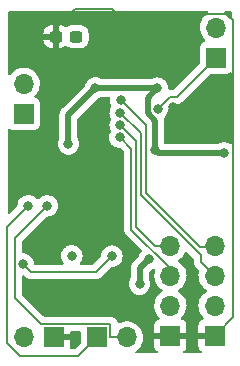
<source format=gbr>
%TF.GenerationSoftware,KiCad,Pcbnew,(6.0.7-1)-1*%
%TF.CreationDate,2022-10-12T15:07:03-04:00*%
%TF.ProjectId,PICO_v1.0,5049434f-5f76-4312-9e30-2e6b69636164,rev?*%
%TF.SameCoordinates,Original*%
%TF.FileFunction,Copper,L2,Bot*%
%TF.FilePolarity,Positive*%
%FSLAX46Y46*%
G04 Gerber Fmt 4.6, Leading zero omitted, Abs format (unit mm)*
G04 Created by KiCad (PCBNEW (6.0.7-1)-1) date 2022-10-12 15:07:03*
%MOMM*%
%LPD*%
G01*
G04 APERTURE LIST*
G04 Aperture macros list*
%AMRoundRect*
0 Rectangle with rounded corners*
0 $1 Rounding radius*
0 $2 $3 $4 $5 $6 $7 $8 $9 X,Y pos of 4 corners*
0 Add a 4 corners polygon primitive as box body*
4,1,4,$2,$3,$4,$5,$6,$7,$8,$9,$2,$3,0*
0 Add four circle primitives for the rounded corners*
1,1,$1+$1,$2,$3*
1,1,$1+$1,$4,$5*
1,1,$1+$1,$6,$7*
1,1,$1+$1,$8,$9*
0 Add four rect primitives between the rounded corners*
20,1,$1+$1,$2,$3,$4,$5,0*
20,1,$1+$1,$4,$5,$6,$7,0*
20,1,$1+$1,$6,$7,$8,$9,0*
20,1,$1+$1,$8,$9,$2,$3,0*%
G04 Aperture macros list end*
%TA.AperFunction,ComponentPad*%
%ADD10R,1.700000X1.700000*%
%TD*%
%TA.AperFunction,ComponentPad*%
%ADD11O,1.700000X1.700000*%
%TD*%
%TA.AperFunction,SMDPad,CuDef*%
%ADD12RoundRect,0.237500X0.300000X0.237500X-0.300000X0.237500X-0.300000X-0.237500X0.300000X-0.237500X0*%
%TD*%
%TA.AperFunction,ViaPad*%
%ADD13C,0.800000*%
%TD*%
%TA.AperFunction,Conductor*%
%ADD14C,0.200000*%
%TD*%
%TA.AperFunction,Conductor*%
%ADD15C,0.500000*%
%TD*%
G04 APERTURE END LIST*
D10*
%TO.P,ADC1,1,Pin_1*%
%TO.N,GP27*%
X101854000Y-109199600D03*
D11*
%TO.P,ADC1,2,Pin_2*%
%TO.N,GP26*%
X101854000Y-106659600D03*
%TD*%
D10*
%TO.P,Data1,1,Pin_1*%
%TO.N,Net-(Data1-Pad1)*%
X108046600Y-128143000D03*
D11*
%TO.P,Data1,2,Pin_2*%
%TO.N,Net-(Data1-Pad2)*%
X110586600Y-128143000D03*
%TD*%
D10*
%TO.P,E2,1,Pin_1*%
%TO.N,GND*%
X118008400Y-127980600D03*
D11*
%TO.P,E2,2,Pin_2*%
%TO.N,PS*%
X118008400Y-125440600D03*
%TO.P,E2,3,Pin_3*%
%TO.N,EA2*%
X118008400Y-122900600D03*
%TO.P,E2,4,Pin_4*%
%TO.N,EB2*%
X118008400Y-120360600D03*
%TD*%
D10*
%TO.P,I2c1,1,Pin_1*%
%TO.N,SDA*%
X118135400Y-104444800D03*
D11*
%TO.P,I2c1,2,Pin_2*%
%TO.N,SCL*%
X118135400Y-101904800D03*
%TD*%
D10*
%TO.P,PS1,1,Pin_1*%
%TO.N,GND*%
X104424400Y-128143000D03*
D11*
%TO.P,PS1,2,Pin_2*%
%TO.N,PS*%
X101884400Y-128143000D03*
%TD*%
D10*
%TO.P,E1,1,Pin_1*%
%TO.N,GND*%
X114274600Y-127980600D03*
D11*
%TO.P,E1,2,Pin_2*%
%TO.N,PS*%
X114274600Y-125440600D03*
%TO.P,E1,3,Pin_3*%
%TO.N,EA1*%
X114274600Y-122900600D03*
%TO.P,E1,4,Pin_4*%
%TO.N,EB1*%
X114274600Y-120360600D03*
%TD*%
D12*
%TO.P,C19,1*%
%TO.N,Net-(C19-Pad1)*%
X106297900Y-102666800D03*
%TO.P,C19,2*%
%TO.N,GND*%
X104572900Y-102666800D03*
%TD*%
D13*
%TO.N,GND*%
X109677200Y-101244400D03*
X114832850Y-101549750D03*
X105435400Y-101077700D03*
X114520550Y-108595800D03*
%TO.N,V3.3*%
X112996550Y-112278800D03*
X112471553Y-121487847D03*
X113158900Y-107022900D03*
X111662800Y-123621800D03*
X105638600Y-111760000D03*
X107924600Y-107010200D03*
X118813150Y-112507400D03*
X105919100Y-121233100D03*
%TO.N,EB1*%
X110029800Y-110163900D03*
%TO.N,EA1*%
X110004400Y-111188200D03*
%TO.N,EB2*%
X110080425Y-108055700D03*
%TO.N,EA2*%
X110029800Y-109097100D03*
%TO.N,SDA*%
X113192975Y-108792225D03*
%TO.N,Net-(R5-Pad2)*%
X109321600Y-121259600D03*
X101803200Y-121920000D03*
%TO.N,Net-(C19-Pad1)*%
X106349800Y-102641400D03*
%TO.N,Net-(Data1-Pad1)*%
X102235000Y-116992400D03*
%TO.N,Net-(Data1-Pad2)*%
X103835200Y-116992400D03*
%TD*%
D14*
%TO.N,GND*%
X119599133Y-126389867D02*
X118008400Y-127980600D01*
X109321600Y-100355400D02*
X106157700Y-100355400D01*
X104572900Y-102666800D02*
X104572900Y-101940200D01*
D15*
X114274600Y-127980600D02*
X118008400Y-127980600D01*
D14*
X119105600Y-100754800D02*
X119599133Y-101248333D01*
X106157700Y-100355400D02*
X105435400Y-101077700D01*
X119340000Y-108595800D02*
X119599133Y-108854933D01*
X104572900Y-101940200D02*
X105435400Y-101077700D01*
X119599133Y-101248333D02*
X119599133Y-108854933D01*
X114520550Y-108595800D02*
X119340000Y-108595800D01*
X109677200Y-100711000D02*
X109677200Y-101244400D01*
X115627800Y-100754800D02*
X119105600Y-100754800D01*
X119599133Y-110709133D02*
X119599133Y-126389867D01*
X119599133Y-108854933D02*
X119599133Y-110709133D01*
X114832850Y-101549750D02*
X115627800Y-100754800D01*
X109321600Y-100355400D02*
X109677200Y-100711000D01*
D15*
%TO.N,V3.3*%
X105638600Y-111760000D02*
X105638600Y-109296200D01*
X112342975Y-109144307D02*
X112342975Y-107838825D01*
X112996550Y-112278800D02*
X113225150Y-112507400D01*
X112996550Y-112278800D02*
X112996550Y-109797882D01*
X113225150Y-112507400D02*
X118813150Y-112507400D01*
X112471553Y-121487847D02*
X111662800Y-122296600D01*
X112996550Y-109797882D02*
X112342975Y-109144307D01*
X111662800Y-122296600D02*
X111662800Y-123621800D01*
X105638600Y-109296200D02*
X107924600Y-107010200D01*
X112342975Y-107838825D02*
X113158900Y-107022900D01*
X107924600Y-107010200D02*
X113146200Y-107010200D01*
X113146200Y-107010200D02*
X113158900Y-107022900D01*
D14*
%TO.N,EB1*%
X111374225Y-118791025D02*
X111374225Y-111508325D01*
X111374225Y-111508325D02*
X110029800Y-110163900D01*
X112943800Y-120360600D02*
X111374225Y-118791025D01*
X114274600Y-120360600D02*
X112943800Y-120360600D01*
%TO.N,EA1*%
X114274600Y-122301650D02*
X114274600Y-122900600D01*
X110974225Y-119001275D02*
X114274600Y-122301650D01*
X110974225Y-112158025D02*
X110974225Y-119001275D01*
X110004400Y-111188200D02*
X110974225Y-112158025D01*
%TO.N,EB2*%
X117871400Y-120497600D02*
X118008400Y-120360600D01*
X116789200Y-120497600D02*
X117871400Y-120497600D01*
X112174225Y-110149500D02*
X112174225Y-115882625D01*
X110080425Y-108055700D02*
X112174225Y-110149500D01*
X112174225Y-115882625D02*
X116789200Y-120497600D01*
%TO.N,EA2*%
X111774225Y-110841525D02*
X110029800Y-109097100D01*
X116858400Y-121201800D02*
X111774225Y-116117625D01*
X116858400Y-121750600D02*
X116858400Y-121201800D01*
X118008400Y-122900600D02*
X116858400Y-121750600D01*
X111774225Y-116117625D02*
X111774225Y-110841525D01*
%TO.N,SDA*%
X114215500Y-107769700D02*
X113192975Y-108792225D01*
X113334175Y-108792225D02*
X113192975Y-108792225D01*
X114810500Y-107769700D02*
X114215500Y-107769700D01*
X118135400Y-104444800D02*
X114810500Y-107769700D01*
%TO.N,Net-(R5-Pad2)*%
X102489000Y-122605800D02*
X101803200Y-121920000D01*
X109321600Y-121259600D02*
X107975400Y-122605800D01*
X107975400Y-122605800D02*
X102489000Y-122605800D01*
%TO.N,Net-(Data1-Pad1)*%
X100431600Y-118795800D02*
X102235000Y-116992400D01*
X100431600Y-128600200D02*
X100431600Y-118795800D01*
X101549200Y-129717800D02*
X100431600Y-128600200D01*
X108046600Y-128143000D02*
X106471800Y-129717800D01*
X106471800Y-129717800D02*
X101549200Y-129717800D01*
%TO.N,Net-(Data1-Pad2)*%
X109196600Y-126993000D02*
X103294800Y-126993000D01*
X103294800Y-126993000D02*
X101103200Y-124801400D01*
X110586600Y-128143000D02*
X109196600Y-128143000D01*
X101103200Y-119724400D02*
X103835200Y-116992400D01*
X101103200Y-124801400D02*
X101103200Y-119724400D01*
X109196600Y-128143000D02*
X109196600Y-126993000D01*
%TD*%
%TA.AperFunction,Conductor*%
%TO.N,GND*%
G36*
X117428637Y-100528502D02*
G01*
X117475130Y-100582158D01*
X117485234Y-100652432D01*
X117455740Y-100717012D01*
X117418698Y-100746262D01*
X117409007Y-100751307D01*
X117404874Y-100754410D01*
X117404871Y-100754412D01*
X117380647Y-100772600D01*
X117230365Y-100885435D01*
X117076029Y-101046938D01*
X116950143Y-101231480D01*
X116856088Y-101434105D01*
X116796389Y-101649370D01*
X116772651Y-101871495D01*
X116785510Y-102094515D01*
X116786647Y-102099561D01*
X116786648Y-102099567D01*
X116791037Y-102119041D01*
X116834622Y-102312439D01*
X116918666Y-102519416D01*
X117035387Y-102709888D01*
X117181650Y-102878738D01*
X117185630Y-102882042D01*
X117190381Y-102885987D01*
X117230016Y-102944890D01*
X117231513Y-103015871D01*
X117194397Y-103076393D01*
X117154124Y-103100912D01*
X117038695Y-103144185D01*
X116922139Y-103231539D01*
X116834785Y-103348095D01*
X116783655Y-103484484D01*
X116776900Y-103546666D01*
X116776900Y-104890561D01*
X116756898Y-104958682D01*
X116739995Y-104979656D01*
X114595356Y-107124295D01*
X114533044Y-107158321D01*
X114506261Y-107161200D01*
X114263636Y-107161200D01*
X114247193Y-107160122D01*
X114215500Y-107155950D01*
X114207311Y-107157028D01*
X114199055Y-107157028D01*
X114199055Y-107153765D01*
X114144049Y-107145206D01*
X114090935Y-107098095D01*
X114071714Y-107031205D01*
X114071714Y-107029465D01*
X114072404Y-107022900D01*
X114052442Y-106832972D01*
X113993427Y-106651344D01*
X113982791Y-106632921D01*
X113901241Y-106491674D01*
X113897940Y-106485956D01*
X113891654Y-106478974D01*
X113774575Y-106348945D01*
X113774574Y-106348944D01*
X113770153Y-106344034D01*
X113615652Y-106231782D01*
X113609624Y-106229098D01*
X113609622Y-106229097D01*
X113447219Y-106156791D01*
X113447218Y-106156791D01*
X113441188Y-106154106D01*
X113347788Y-106134253D01*
X113260844Y-106115772D01*
X113260839Y-106115772D01*
X113254387Y-106114400D01*
X113063413Y-106114400D01*
X113056961Y-106115772D01*
X113056956Y-106115772D01*
X112970012Y-106134253D01*
X112876612Y-106154106D01*
X112870582Y-106156791D01*
X112870581Y-106156791D01*
X112708178Y-106229097D01*
X112708176Y-106229098D01*
X112702148Y-106231782D01*
X112697794Y-106234946D01*
X112635268Y-106251700D01*
X108467187Y-106251700D01*
X108393128Y-106227637D01*
X108386698Y-106222965D01*
X108386691Y-106222961D01*
X108381352Y-106219082D01*
X108375324Y-106216398D01*
X108375322Y-106216397D01*
X108212919Y-106144091D01*
X108212918Y-106144091D01*
X108206888Y-106141406D01*
X108113488Y-106121553D01*
X108026544Y-106103072D01*
X108026539Y-106103072D01*
X108020087Y-106101700D01*
X107829113Y-106101700D01*
X107822661Y-106103072D01*
X107822656Y-106103072D01*
X107735712Y-106121553D01*
X107642312Y-106141406D01*
X107636282Y-106144091D01*
X107636281Y-106144091D01*
X107473878Y-106216397D01*
X107473876Y-106216398D01*
X107467848Y-106219082D01*
X107462507Y-106222962D01*
X107462506Y-106222963D01*
X107450368Y-106231782D01*
X107313347Y-106331334D01*
X107185560Y-106473256D01*
X107090073Y-106638644D01*
X107061628Y-106726190D01*
X107035213Y-106807485D01*
X107004475Y-106857644D01*
X105149689Y-108712430D01*
X105135277Y-108724816D01*
X105123682Y-108733349D01*
X105123677Y-108733354D01*
X105117782Y-108737692D01*
X105113043Y-108743270D01*
X105113040Y-108743273D01*
X105083565Y-108777968D01*
X105076635Y-108785484D01*
X105070940Y-108791179D01*
X105068660Y-108794061D01*
X105053319Y-108813451D01*
X105050528Y-108816855D01*
X105008009Y-108866903D01*
X105003267Y-108872485D01*
X104999939Y-108879001D01*
X104996572Y-108884050D01*
X104993405Y-108889179D01*
X104988866Y-108894916D01*
X104957945Y-108961075D01*
X104956042Y-108964969D01*
X104922831Y-109030008D01*
X104921092Y-109037116D01*
X104918993Y-109042759D01*
X104917076Y-109048522D01*
X104913978Y-109055150D01*
X104912488Y-109062312D01*
X104912488Y-109062313D01*
X104899114Y-109126612D01*
X104898144Y-109130896D01*
X104880792Y-109201810D01*
X104880100Y-109212964D01*
X104880064Y-109212962D01*
X104879825Y-109216955D01*
X104879451Y-109221147D01*
X104877960Y-109228315D01*
X104878158Y-109235632D01*
X104880054Y-109305721D01*
X104880100Y-109309128D01*
X104880100Y-111223001D01*
X104863219Y-111286000D01*
X104804073Y-111388444D01*
X104745058Y-111570072D01*
X104744368Y-111576633D01*
X104744368Y-111576635D01*
X104738760Y-111629994D01*
X104725096Y-111760000D01*
X104745058Y-111949928D01*
X104804073Y-112131556D01*
X104899560Y-112296944D01*
X104903978Y-112301851D01*
X104903979Y-112301852D01*
X105022925Y-112433955D01*
X105027347Y-112438866D01*
X105181848Y-112551118D01*
X105187876Y-112553802D01*
X105187878Y-112553803D01*
X105350281Y-112626109D01*
X105356312Y-112628794D01*
X105449712Y-112648647D01*
X105536656Y-112667128D01*
X105536661Y-112667128D01*
X105543113Y-112668500D01*
X105734087Y-112668500D01*
X105740539Y-112667128D01*
X105740544Y-112667128D01*
X105827488Y-112648647D01*
X105920888Y-112628794D01*
X105926919Y-112626109D01*
X106089322Y-112553803D01*
X106089324Y-112553802D01*
X106095352Y-112551118D01*
X106249853Y-112438866D01*
X106254275Y-112433955D01*
X106373221Y-112301852D01*
X106373222Y-112301851D01*
X106377640Y-112296944D01*
X106473127Y-112131556D01*
X106532142Y-111949928D01*
X106552104Y-111760000D01*
X106538440Y-111629994D01*
X106532832Y-111576635D01*
X106532832Y-111576633D01*
X106532142Y-111570072D01*
X106473127Y-111388444D01*
X106413981Y-111286000D01*
X106397100Y-111223001D01*
X106397100Y-109662571D01*
X106417102Y-109594450D01*
X106434005Y-109573476D01*
X108080931Y-107926550D01*
X108143828Y-107892399D01*
X108200424Y-107880369D01*
X108200433Y-107880366D01*
X108206888Y-107878994D01*
X108212919Y-107876309D01*
X108375322Y-107804003D01*
X108375324Y-107804002D01*
X108381352Y-107801318D01*
X108386691Y-107797439D01*
X108386698Y-107797435D01*
X108393128Y-107792763D01*
X108467187Y-107768700D01*
X109057148Y-107768700D01*
X109125269Y-107788702D01*
X109171762Y-107842358D01*
X109182458Y-107907870D01*
X109174211Y-107986339D01*
X109166921Y-108055700D01*
X109167611Y-108062265D01*
X109185439Y-108231885D01*
X109186883Y-108245628D01*
X109245898Y-108427256D01*
X109249201Y-108432978D01*
X109249202Y-108432979D01*
X109270321Y-108469558D01*
X109287059Y-108538553D01*
X109270321Y-108595557D01*
X109195273Y-108725544D01*
X109136258Y-108907172D01*
X109135568Y-108913733D01*
X109135568Y-108913735D01*
X109122007Y-109042759D01*
X109116296Y-109097100D01*
X109136258Y-109287028D01*
X109195273Y-109468656D01*
X109198576Y-109474378D01*
X109198577Y-109474379D01*
X109252341Y-109567500D01*
X109269079Y-109636495D01*
X109252341Y-109693499D01*
X109195273Y-109792344D01*
X109136258Y-109973972D01*
X109116296Y-110163900D01*
X109136258Y-110353828D01*
X109195273Y-110535456D01*
X109198576Y-110541178D01*
X109198577Y-110541179D01*
X109227372Y-110591053D01*
X109244110Y-110660048D01*
X109227372Y-110717053D01*
X109169873Y-110816644D01*
X109110858Y-110998272D01*
X109090896Y-111188200D01*
X109110858Y-111378128D01*
X109169873Y-111559756D01*
X109265360Y-111725144D01*
X109269778Y-111730051D01*
X109269779Y-111730052D01*
X109358453Y-111828534D01*
X109393147Y-111867066D01*
X109547648Y-111979318D01*
X109553676Y-111982002D01*
X109553678Y-111982003D01*
X109716081Y-112054309D01*
X109722112Y-112056994D01*
X109815513Y-112076847D01*
X109902456Y-112095328D01*
X109902461Y-112095328D01*
X109908913Y-112096700D01*
X110000161Y-112096700D01*
X110068282Y-112116702D01*
X110089256Y-112133605D01*
X110328820Y-112373169D01*
X110362846Y-112435481D01*
X110365725Y-112462264D01*
X110365725Y-118953139D01*
X110364647Y-118969582D01*
X110360475Y-119001275D01*
X110365725Y-119041155D01*
X110365725Y-119041160D01*
X110375741Y-119117238D01*
X110381387Y-119160126D01*
X110442701Y-119308151D01*
X110447728Y-119314702D01*
X110447729Y-119314704D01*
X110515745Y-119403344D01*
X110515751Y-119403350D01*
X110540238Y-119435262D01*
X110546793Y-119440292D01*
X110565604Y-119454727D01*
X110577995Y-119465594D01*
X111804692Y-120692291D01*
X111838718Y-120754603D01*
X111833653Y-120825418D01*
X111809235Y-120865695D01*
X111732513Y-120950903D01*
X111697527Y-121011500D01*
X111663942Y-121069672D01*
X111637026Y-121116291D01*
X111590438Y-121259675D01*
X111582166Y-121285132D01*
X111551428Y-121335291D01*
X111173889Y-121712830D01*
X111159477Y-121725216D01*
X111147882Y-121733749D01*
X111147877Y-121733754D01*
X111141982Y-121738092D01*
X111137243Y-121743670D01*
X111137240Y-121743673D01*
X111107765Y-121778368D01*
X111100835Y-121785884D01*
X111095140Y-121791579D01*
X111092860Y-121794461D01*
X111077519Y-121813851D01*
X111074728Y-121817255D01*
X111044048Y-121853368D01*
X111027467Y-121872885D01*
X111024139Y-121879401D01*
X111020772Y-121884450D01*
X111017605Y-121889579D01*
X111013066Y-121895316D01*
X110982145Y-121961475D01*
X110980242Y-121965369D01*
X110947031Y-122030408D01*
X110945292Y-122037516D01*
X110943193Y-122043159D01*
X110941276Y-122048922D01*
X110938178Y-122055550D01*
X110936688Y-122062712D01*
X110936688Y-122062713D01*
X110923314Y-122127012D01*
X110922344Y-122131296D01*
X110904992Y-122202210D01*
X110904300Y-122213364D01*
X110904264Y-122213362D01*
X110904025Y-122217355D01*
X110903651Y-122221547D01*
X110902160Y-122228715D01*
X110902358Y-122236032D01*
X110904254Y-122306121D01*
X110904300Y-122309528D01*
X110904300Y-123084801D01*
X110887419Y-123147800D01*
X110828273Y-123250244D01*
X110769258Y-123431872D01*
X110768568Y-123438433D01*
X110768568Y-123438435D01*
X110761001Y-123510429D01*
X110749296Y-123621800D01*
X110749986Y-123628365D01*
X110757651Y-123701289D01*
X110769258Y-123811728D01*
X110828273Y-123993356D01*
X110923760Y-124158744D01*
X110928178Y-124163651D01*
X110928179Y-124163652D01*
X111037187Y-124284718D01*
X111051547Y-124300666D01*
X111206048Y-124412918D01*
X111212076Y-124415602D01*
X111212078Y-124415603D01*
X111283653Y-124447470D01*
X111380512Y-124490594D01*
X111473912Y-124510447D01*
X111560856Y-124528928D01*
X111560861Y-124528928D01*
X111567313Y-124530300D01*
X111758287Y-124530300D01*
X111764739Y-124528928D01*
X111764744Y-124528928D01*
X111851688Y-124510447D01*
X111945088Y-124490594D01*
X112041947Y-124447470D01*
X112113522Y-124415603D01*
X112113524Y-124415602D01*
X112119552Y-124412918D01*
X112274053Y-124300666D01*
X112288413Y-124284718D01*
X112397421Y-124163652D01*
X112397422Y-124163651D01*
X112401840Y-124158744D01*
X112497327Y-123993356D01*
X112556342Y-123811728D01*
X112567950Y-123701289D01*
X112575614Y-123628365D01*
X112576304Y-123621800D01*
X112564599Y-123510429D01*
X112557032Y-123438435D01*
X112557032Y-123438433D01*
X112556342Y-123431872D01*
X112497327Y-123250244D01*
X112438181Y-123147800D01*
X112421300Y-123084801D01*
X112421300Y-122662971D01*
X112441302Y-122594850D01*
X112458205Y-122573876D01*
X112627884Y-122404197D01*
X112690781Y-122370046D01*
X112747377Y-122358016D01*
X112747386Y-122358013D01*
X112753841Y-122356641D01*
X112759868Y-122353958D01*
X112759876Y-122353955D01*
X112808419Y-122332342D01*
X112878786Y-122322908D01*
X112943083Y-122353015D01*
X112980896Y-122413104D01*
X112981084Y-122481121D01*
X112935589Y-122645170D01*
X112911851Y-122867295D01*
X112912148Y-122872448D01*
X112912148Y-122872451D01*
X112923209Y-123064277D01*
X112924710Y-123090315D01*
X112925847Y-123095361D01*
X112925848Y-123095367D01*
X112934171Y-123132296D01*
X112973822Y-123308239D01*
X113057866Y-123515216D01*
X113060565Y-123519620D01*
X113127204Y-123628365D01*
X113174587Y-123705688D01*
X113320850Y-123874538D01*
X113492726Y-124017232D01*
X113563195Y-124058411D01*
X113566045Y-124060076D01*
X113614769Y-124111714D01*
X113627840Y-124181497D01*
X113601109Y-124247269D01*
X113560655Y-124280627D01*
X113548207Y-124287107D01*
X113544074Y-124290210D01*
X113544071Y-124290212D01*
X113519847Y-124308400D01*
X113369565Y-124421235D01*
X113215229Y-124582738D01*
X113089343Y-124767280D01*
X113073603Y-124801190D01*
X112998326Y-124963361D01*
X112995288Y-124969905D01*
X112935589Y-125185170D01*
X112911851Y-125407295D01*
X112912148Y-125412448D01*
X112912148Y-125412451D01*
X112917611Y-125507190D01*
X112924710Y-125630315D01*
X112925847Y-125635361D01*
X112925848Y-125635367D01*
X112945719Y-125723539D01*
X112973822Y-125848239D01*
X113057866Y-126055216D01*
X113174587Y-126245688D01*
X113320850Y-126414538D01*
X113324825Y-126417838D01*
X113324831Y-126417844D01*
X113330025Y-126422156D01*
X113369659Y-126481060D01*
X113371155Y-126552041D01*
X113334039Y-126612562D01*
X113293768Y-126637080D01*
X113186546Y-126677276D01*
X113170951Y-126685814D01*
X113068876Y-126762315D01*
X113056315Y-126774876D01*
X112979814Y-126876951D01*
X112971276Y-126892546D01*
X112926122Y-127012994D01*
X112922495Y-127028249D01*
X112916969Y-127079114D01*
X112916600Y-127085928D01*
X112916600Y-127708485D01*
X112921075Y-127723724D01*
X112922465Y-127724929D01*
X112930148Y-127726600D01*
X115614484Y-127726600D01*
X115629723Y-127722125D01*
X115630928Y-127720735D01*
X115632599Y-127713052D01*
X115632599Y-127085931D01*
X115632229Y-127079110D01*
X115626705Y-127028248D01*
X115623079Y-127012996D01*
X115577924Y-126892546D01*
X115569386Y-126876951D01*
X115492885Y-126774876D01*
X115480324Y-126762315D01*
X115378249Y-126685814D01*
X115362654Y-126677276D01*
X115252413Y-126635948D01*
X115195649Y-126593306D01*
X115170949Y-126526745D01*
X115186157Y-126457396D01*
X115207704Y-126428715D01*
X115309030Y-126327744D01*
X115309040Y-126327732D01*
X115312696Y-126324089D01*
X115372194Y-126241289D01*
X115440035Y-126146877D01*
X115443053Y-126142677D01*
X115515275Y-125996547D01*
X115539736Y-125947053D01*
X115539737Y-125947051D01*
X115542030Y-125942411D01*
X115606970Y-125728669D01*
X115636129Y-125507190D01*
X115637756Y-125440600D01*
X115619452Y-125217961D01*
X115565031Y-125001302D01*
X115475954Y-124796440D01*
X115354614Y-124608877D01*
X115204270Y-124443651D01*
X115200219Y-124440452D01*
X115200215Y-124440448D01*
X115033014Y-124308400D01*
X115033010Y-124308398D01*
X115028959Y-124305198D01*
X114987653Y-124282396D01*
X114937684Y-124231964D01*
X114922912Y-124162521D01*
X114948028Y-124096116D01*
X114975380Y-124069509D01*
X115019203Y-124038250D01*
X115154460Y-123941773D01*
X115312696Y-123784089D01*
X115372194Y-123701289D01*
X115440035Y-123606877D01*
X115443053Y-123602677D01*
X115515275Y-123456547D01*
X115539736Y-123407053D01*
X115539737Y-123407051D01*
X115542030Y-123402411D01*
X115574500Y-123295540D01*
X115605465Y-123193623D01*
X115605465Y-123193621D01*
X115606970Y-123188669D01*
X115636129Y-122967190D01*
X115637157Y-122925118D01*
X115637674Y-122903965D01*
X115637674Y-122903961D01*
X115637756Y-122900600D01*
X115619452Y-122677961D01*
X115565031Y-122461302D01*
X115475954Y-122256440D01*
X115408825Y-122152675D01*
X115357422Y-122073217D01*
X115357420Y-122073214D01*
X115354614Y-122068877D01*
X115204270Y-121903651D01*
X115200219Y-121900452D01*
X115200215Y-121900448D01*
X115033014Y-121768400D01*
X115033010Y-121768398D01*
X115028959Y-121765198D01*
X114987653Y-121742396D01*
X114937684Y-121691964D01*
X114922912Y-121622521D01*
X114948028Y-121556116D01*
X114975380Y-121529509D01*
X115078708Y-121455806D01*
X115154460Y-121401773D01*
X115312696Y-121244089D01*
X115320593Y-121233100D01*
X115440035Y-121066877D01*
X115443053Y-121062677D01*
X115447396Y-121053891D01*
X115502707Y-120941976D01*
X115550821Y-120889769D01*
X115619522Y-120871862D01*
X115686998Y-120893940D01*
X115704759Y-120908708D01*
X116212995Y-121416944D01*
X116247021Y-121479256D01*
X116249900Y-121506039D01*
X116249900Y-121702464D01*
X116248822Y-121718907D01*
X116244650Y-121750600D01*
X116249900Y-121790480D01*
X116249900Y-121790485D01*
X116262887Y-121889131D01*
X116265562Y-121909451D01*
X116326876Y-122057476D01*
X116331903Y-122064027D01*
X116331904Y-122064029D01*
X116399920Y-122152669D01*
X116399926Y-122152675D01*
X116424413Y-122184587D01*
X116430968Y-122189617D01*
X116449779Y-122204052D01*
X116462170Y-122214919D01*
X116665854Y-122418603D01*
X116699880Y-122480915D01*
X116698176Y-122541369D01*
X116669389Y-122645170D01*
X116668841Y-122650300D01*
X116668840Y-122650304D01*
X116665333Y-122683122D01*
X116645651Y-122867295D01*
X116645948Y-122872448D01*
X116645948Y-122872451D01*
X116657009Y-123064277D01*
X116658510Y-123090315D01*
X116659647Y-123095361D01*
X116659648Y-123095367D01*
X116667971Y-123132296D01*
X116707622Y-123308239D01*
X116791666Y-123515216D01*
X116794365Y-123519620D01*
X116861004Y-123628365D01*
X116908387Y-123705688D01*
X117054650Y-123874538D01*
X117226526Y-124017232D01*
X117296995Y-124058411D01*
X117299845Y-124060076D01*
X117348569Y-124111714D01*
X117361640Y-124181497D01*
X117334909Y-124247269D01*
X117294455Y-124280627D01*
X117282007Y-124287107D01*
X117277874Y-124290210D01*
X117277871Y-124290212D01*
X117253647Y-124308400D01*
X117103365Y-124421235D01*
X116949029Y-124582738D01*
X116823143Y-124767280D01*
X116807403Y-124801190D01*
X116732126Y-124963361D01*
X116729088Y-124969905D01*
X116669389Y-125185170D01*
X116645651Y-125407295D01*
X116645948Y-125412448D01*
X116645948Y-125412451D01*
X116651411Y-125507190D01*
X116658510Y-125630315D01*
X116659647Y-125635361D01*
X116659648Y-125635367D01*
X116679519Y-125723539D01*
X116707622Y-125848239D01*
X116791666Y-126055216D01*
X116908387Y-126245688D01*
X117054650Y-126414538D01*
X117058625Y-126417838D01*
X117058631Y-126417844D01*
X117063825Y-126422156D01*
X117103459Y-126481060D01*
X117104955Y-126552041D01*
X117067839Y-126612562D01*
X117027568Y-126637080D01*
X116920346Y-126677276D01*
X116904751Y-126685814D01*
X116802676Y-126762315D01*
X116790115Y-126774876D01*
X116713614Y-126876951D01*
X116705076Y-126892546D01*
X116659922Y-127012994D01*
X116656295Y-127028249D01*
X116650769Y-127079114D01*
X116650400Y-127085928D01*
X116650400Y-127708485D01*
X116654875Y-127723724D01*
X116656265Y-127724929D01*
X116663948Y-127726600D01*
X118136400Y-127726600D01*
X118204521Y-127746602D01*
X118251014Y-127800258D01*
X118262400Y-127852600D01*
X118262400Y-128108600D01*
X118242398Y-128176721D01*
X118188742Y-128223214D01*
X118136400Y-128234600D01*
X116668516Y-128234600D01*
X116653277Y-128239075D01*
X116652072Y-128240465D01*
X116650401Y-128248148D01*
X116650401Y-128875269D01*
X116650771Y-128882090D01*
X116656295Y-128932952D01*
X116659921Y-128948204D01*
X116705076Y-129068654D01*
X116713614Y-129084249D01*
X116790115Y-129186324D01*
X116802676Y-129198885D01*
X116890458Y-129264674D01*
X116932973Y-129321533D01*
X116937999Y-129392352D01*
X116903939Y-129454645D01*
X116841608Y-129488635D01*
X116814893Y-129491500D01*
X115468107Y-129491500D01*
X115399986Y-129471498D01*
X115353493Y-129417842D01*
X115343389Y-129347568D01*
X115372883Y-129282988D01*
X115392542Y-129264674D01*
X115480324Y-129198885D01*
X115492885Y-129186324D01*
X115569386Y-129084249D01*
X115577924Y-129068654D01*
X115623078Y-128948206D01*
X115626705Y-128932951D01*
X115632231Y-128882086D01*
X115632600Y-128875272D01*
X115632600Y-128252715D01*
X115628125Y-128237476D01*
X115626735Y-128236271D01*
X115619052Y-128234600D01*
X112934716Y-128234600D01*
X112919477Y-128239075D01*
X112918272Y-128240465D01*
X112916601Y-128248148D01*
X112916601Y-128875269D01*
X112916971Y-128882090D01*
X112922495Y-128932952D01*
X112926121Y-128948204D01*
X112971276Y-129068654D01*
X112979814Y-129084249D01*
X113056315Y-129186324D01*
X113068876Y-129198885D01*
X113156658Y-129264674D01*
X113199173Y-129321533D01*
X113204199Y-129392352D01*
X113170139Y-129454645D01*
X113107808Y-129488635D01*
X113081093Y-129491500D01*
X111429227Y-129491500D01*
X111361106Y-129471498D01*
X111314613Y-129417842D01*
X111304509Y-129347568D01*
X111334003Y-129282988D01*
X111356059Y-129262921D01*
X111462256Y-129187172D01*
X111462259Y-129187170D01*
X111466460Y-129184173D01*
X111624696Y-129026489D01*
X111691910Y-128932951D01*
X111752035Y-128849277D01*
X111755053Y-128845077D01*
X111854030Y-128644811D01*
X111918970Y-128431069D01*
X111948129Y-128209590D01*
X111949756Y-128143000D01*
X111931452Y-127920361D01*
X111877031Y-127703702D01*
X111787954Y-127498840D01*
X111666614Y-127311277D01*
X111516270Y-127146051D01*
X111512219Y-127142852D01*
X111512215Y-127142848D01*
X111345014Y-127010800D01*
X111345010Y-127010798D01*
X111340959Y-127007598D01*
X111145389Y-126899638D01*
X111140520Y-126897914D01*
X111140516Y-126897912D01*
X110939687Y-126826795D01*
X110939683Y-126826794D01*
X110934812Y-126825069D01*
X110929719Y-126824162D01*
X110929716Y-126824161D01*
X110719973Y-126786800D01*
X110719967Y-126786799D01*
X110714884Y-126785894D01*
X110641052Y-126784992D01*
X110496681Y-126783228D01*
X110496679Y-126783228D01*
X110491511Y-126783165D01*
X110270691Y-126816955D01*
X110058356Y-126886357D01*
X109972731Y-126930931D01*
X109903074Y-126944643D01*
X109837059Y-126918518D01*
X109795647Y-126860850D01*
X109793105Y-126850193D01*
X109792653Y-126850314D01*
X109790516Y-126842338D01*
X109789438Y-126834150D01*
X109728124Y-126686125D01*
X109656901Y-126593306D01*
X109635616Y-126565566D01*
X109635613Y-126565563D01*
X109630587Y-126559013D01*
X109628266Y-126557232D01*
X109503476Y-126461476D01*
X109495850Y-126458317D01*
X109495848Y-126458316D01*
X109363080Y-126403322D01*
X109363077Y-126403321D01*
X109355450Y-126400162D01*
X109196600Y-126379249D01*
X109188412Y-126380327D01*
X109164903Y-126383422D01*
X109148457Y-126384500D01*
X103599039Y-126384500D01*
X103530918Y-126364498D01*
X103509944Y-126347595D01*
X101748605Y-124586256D01*
X101714579Y-124523944D01*
X101711700Y-124497161D01*
X101711700Y-122993239D01*
X101731702Y-122925118D01*
X101785358Y-122878625D01*
X101855632Y-122868521D01*
X101920212Y-122898015D01*
X101926795Y-122904144D01*
X102024685Y-123002034D01*
X102035552Y-123014425D01*
X102055013Y-123039787D01*
X102061563Y-123044813D01*
X102086921Y-123064271D01*
X102086937Y-123064285D01*
X102120861Y-123090315D01*
X102182124Y-123137324D01*
X102330149Y-123198638D01*
X102489000Y-123219551D01*
X102520699Y-123215378D01*
X102537144Y-123214300D01*
X107927264Y-123214300D01*
X107943707Y-123215378D01*
X107975400Y-123219550D01*
X107983589Y-123218472D01*
X108015274Y-123214301D01*
X108015284Y-123214300D01*
X108015285Y-123214300D01*
X108114857Y-123201191D01*
X108126064Y-123199716D01*
X108126066Y-123199715D01*
X108134251Y-123198638D01*
X108282276Y-123137324D01*
X108306727Y-123118562D01*
X108377469Y-123064280D01*
X108377475Y-123064274D01*
X108402834Y-123044815D01*
X108409387Y-123039787D01*
X108414417Y-123033232D01*
X108428852Y-123014421D01*
X108439719Y-123002030D01*
X109236744Y-122205005D01*
X109299056Y-122170979D01*
X109325839Y-122168100D01*
X109417087Y-122168100D01*
X109423539Y-122166728D01*
X109423544Y-122166728D01*
X109510488Y-122148247D01*
X109603888Y-122128394D01*
X109609919Y-122125709D01*
X109772322Y-122053403D01*
X109772324Y-122053402D01*
X109778352Y-122050718D01*
X109788396Y-122043421D01*
X109855838Y-121994421D01*
X109932853Y-121938466D01*
X109946201Y-121923642D01*
X110056221Y-121801452D01*
X110056222Y-121801451D01*
X110060640Y-121796544D01*
X110156127Y-121631156D01*
X110215142Y-121449528D01*
X110217268Y-121429306D01*
X110234414Y-121266165D01*
X110235104Y-121259600D01*
X110221083Y-121126197D01*
X110215832Y-121076235D01*
X110215832Y-121076233D01*
X110215142Y-121069672D01*
X110156127Y-120888044D01*
X110060640Y-120722656D01*
X109932853Y-120580734D01*
X109778352Y-120468482D01*
X109772324Y-120465798D01*
X109772322Y-120465797D01*
X109609919Y-120393491D01*
X109609918Y-120393491D01*
X109603888Y-120390806D01*
X109491848Y-120366991D01*
X109423544Y-120352472D01*
X109423539Y-120352472D01*
X109417087Y-120351100D01*
X109226113Y-120351100D01*
X109219661Y-120352472D01*
X109219656Y-120352472D01*
X109151352Y-120366991D01*
X109039312Y-120390806D01*
X109033282Y-120393491D01*
X109033281Y-120393491D01*
X108870878Y-120465797D01*
X108870876Y-120465798D01*
X108864848Y-120468482D01*
X108710347Y-120580734D01*
X108582560Y-120722656D01*
X108487073Y-120888044D01*
X108428058Y-121069672D01*
X108427368Y-121076233D01*
X108427368Y-121076235D01*
X108422117Y-121126197D01*
X108408096Y-121259600D01*
X108408284Y-121261386D01*
X108388784Y-121327796D01*
X108371881Y-121348770D01*
X107760256Y-121960395D01*
X107697944Y-121994421D01*
X107671161Y-121997300D01*
X106736518Y-121997300D01*
X106668397Y-121977298D01*
X106621904Y-121923642D01*
X106611800Y-121853368D01*
X106642880Y-121786992D01*
X106658140Y-121770044D01*
X106753627Y-121604656D01*
X106812642Y-121423028D01*
X106821864Y-121335291D01*
X106831914Y-121239665D01*
X106832604Y-121233100D01*
X106815427Y-121069672D01*
X106813332Y-121049735D01*
X106813332Y-121049733D01*
X106812642Y-121043172D01*
X106753627Y-120861544D01*
X106658140Y-120696156D01*
X106550718Y-120576851D01*
X106534775Y-120559145D01*
X106534774Y-120559144D01*
X106530353Y-120554234D01*
X106412326Y-120468482D01*
X106381194Y-120445863D01*
X106381193Y-120445862D01*
X106375852Y-120441982D01*
X106369824Y-120439298D01*
X106369822Y-120439297D01*
X106207419Y-120366991D01*
X106207418Y-120366991D01*
X106201388Y-120364306D01*
X106107987Y-120344453D01*
X106021044Y-120325972D01*
X106021039Y-120325972D01*
X106014587Y-120324600D01*
X105823613Y-120324600D01*
X105817161Y-120325972D01*
X105817156Y-120325972D01*
X105730213Y-120344453D01*
X105636812Y-120364306D01*
X105630782Y-120366991D01*
X105630781Y-120366991D01*
X105468378Y-120439297D01*
X105468376Y-120439298D01*
X105462348Y-120441982D01*
X105457007Y-120445862D01*
X105457006Y-120445863D01*
X105425874Y-120468482D01*
X105307847Y-120554234D01*
X105303426Y-120559144D01*
X105303425Y-120559145D01*
X105287483Y-120576851D01*
X105180060Y-120696156D01*
X105084573Y-120861544D01*
X105025558Y-121043172D01*
X105024868Y-121049733D01*
X105024868Y-121049735D01*
X105022773Y-121069672D01*
X105005596Y-121233100D01*
X105006286Y-121239665D01*
X105016337Y-121335291D01*
X105025558Y-121423028D01*
X105084573Y-121604656D01*
X105180060Y-121770044D01*
X105195320Y-121786992D01*
X105226036Y-121850998D01*
X105217271Y-121921452D01*
X105171808Y-121975982D01*
X105101682Y-121997300D01*
X102838280Y-121997300D01*
X102770159Y-121977298D01*
X102723666Y-121923642D01*
X102712970Y-121884471D01*
X102697432Y-121736634D01*
X102697431Y-121736631D01*
X102696742Y-121730072D01*
X102637727Y-121548444D01*
X102542240Y-121383056D01*
X102465583Y-121297919D01*
X102418875Y-121246045D01*
X102418874Y-121246044D01*
X102414453Y-121241134D01*
X102259952Y-121128882D01*
X102253924Y-121126198D01*
X102253922Y-121126197D01*
X102091519Y-121053891D01*
X102091518Y-121053891D01*
X102085488Y-121051206D01*
X101992088Y-121031353D01*
X101905144Y-121012872D01*
X101905139Y-121012872D01*
X101898687Y-121011500D01*
X101837700Y-121011500D01*
X101769579Y-120991498D01*
X101723086Y-120937842D01*
X101711700Y-120885500D01*
X101711700Y-120028639D01*
X101731702Y-119960518D01*
X101748605Y-119939544D01*
X103750344Y-117937805D01*
X103812656Y-117903779D01*
X103839439Y-117900900D01*
X103930687Y-117900900D01*
X103937139Y-117899528D01*
X103937144Y-117899528D01*
X104024087Y-117881047D01*
X104117488Y-117861194D01*
X104123874Y-117858351D01*
X104285922Y-117786203D01*
X104285924Y-117786202D01*
X104291952Y-117783518D01*
X104446453Y-117671266D01*
X104574240Y-117529344D01*
X104669727Y-117363956D01*
X104728742Y-117182328D01*
X104748704Y-116992400D01*
X104728742Y-116802472D01*
X104669727Y-116620844D01*
X104574240Y-116455456D01*
X104446453Y-116313534D01*
X104291952Y-116201282D01*
X104285924Y-116198598D01*
X104285922Y-116198597D01*
X104123519Y-116126291D01*
X104123518Y-116126291D01*
X104117488Y-116123606D01*
X104024087Y-116103753D01*
X103937144Y-116085272D01*
X103937139Y-116085272D01*
X103930687Y-116083900D01*
X103739713Y-116083900D01*
X103733261Y-116085272D01*
X103733256Y-116085272D01*
X103646313Y-116103753D01*
X103552912Y-116123606D01*
X103546882Y-116126291D01*
X103546881Y-116126291D01*
X103384478Y-116198597D01*
X103384476Y-116198598D01*
X103378448Y-116201282D01*
X103223947Y-116313534D01*
X103219526Y-116318444D01*
X103219525Y-116318445D01*
X103128736Y-116419277D01*
X103068290Y-116456517D01*
X102997307Y-116455165D01*
X102941464Y-116419277D01*
X102850675Y-116318445D01*
X102850674Y-116318444D01*
X102846253Y-116313534D01*
X102691752Y-116201282D01*
X102685724Y-116198598D01*
X102685722Y-116198597D01*
X102523319Y-116126291D01*
X102523318Y-116126291D01*
X102517288Y-116123606D01*
X102423887Y-116103753D01*
X102336944Y-116085272D01*
X102336939Y-116085272D01*
X102330487Y-116083900D01*
X102139513Y-116083900D01*
X102133061Y-116085272D01*
X102133056Y-116085272D01*
X102046113Y-116103753D01*
X101952712Y-116123606D01*
X101946682Y-116126291D01*
X101946681Y-116126291D01*
X101784278Y-116198597D01*
X101784276Y-116198598D01*
X101778248Y-116201282D01*
X101623747Y-116313534D01*
X101495960Y-116455456D01*
X101400473Y-116620844D01*
X101341458Y-116802472D01*
X101321496Y-116992400D01*
X101321684Y-116994186D01*
X101302184Y-117060596D01*
X101285281Y-117081570D01*
X100723595Y-117643256D01*
X100661283Y-117677282D01*
X100590468Y-117672217D01*
X100533632Y-117629670D01*
X100508821Y-117563150D01*
X100508500Y-117554161D01*
X100508500Y-110565644D01*
X100528502Y-110497523D01*
X100582158Y-110451030D01*
X100652432Y-110440926D01*
X100710065Y-110464818D01*
X100757295Y-110500215D01*
X100893684Y-110551345D01*
X100955866Y-110558100D01*
X102752134Y-110558100D01*
X102814316Y-110551345D01*
X102950705Y-110500215D01*
X103067261Y-110412861D01*
X103154615Y-110296305D01*
X103205745Y-110159916D01*
X103212500Y-110097734D01*
X103212500Y-108301466D01*
X103205745Y-108239284D01*
X103154615Y-108102895D01*
X103067261Y-107986339D01*
X102950705Y-107898985D01*
X102901047Y-107880369D01*
X102832203Y-107854560D01*
X102775439Y-107811918D01*
X102750739Y-107745356D01*
X102765947Y-107676008D01*
X102787493Y-107647327D01*
X102888435Y-107546737D01*
X102892096Y-107543089D01*
X102962568Y-107445017D01*
X103019435Y-107365877D01*
X103022453Y-107361677D01*
X103115056Y-107174309D01*
X103119136Y-107166053D01*
X103119137Y-107166051D01*
X103121430Y-107161411D01*
X103186370Y-106947669D01*
X103215529Y-106726190D01*
X103217156Y-106659600D01*
X103198852Y-106436961D01*
X103144431Y-106220302D01*
X103055354Y-106015440D01*
X102970251Y-105883891D01*
X102936822Y-105832217D01*
X102936820Y-105832214D01*
X102934014Y-105827877D01*
X102783670Y-105662651D01*
X102779619Y-105659452D01*
X102779615Y-105659448D01*
X102612414Y-105527400D01*
X102612410Y-105527398D01*
X102608359Y-105524198D01*
X102412789Y-105416238D01*
X102407920Y-105414514D01*
X102407916Y-105414512D01*
X102207087Y-105343395D01*
X102207083Y-105343394D01*
X102202212Y-105341669D01*
X102197119Y-105340762D01*
X102197116Y-105340761D01*
X101987373Y-105303400D01*
X101987367Y-105303399D01*
X101982284Y-105302494D01*
X101908452Y-105301592D01*
X101764081Y-105299828D01*
X101764079Y-105299828D01*
X101758911Y-105299765D01*
X101538091Y-105333555D01*
X101325756Y-105402957D01*
X101127607Y-105506107D01*
X101123474Y-105509210D01*
X101123471Y-105509212D01*
X101099247Y-105527400D01*
X100948965Y-105640235D01*
X100945393Y-105643973D01*
X100799592Y-105796545D01*
X100794629Y-105801738D01*
X100791715Y-105806010D01*
X100791714Y-105806011D01*
X100738588Y-105883891D01*
X100683677Y-105928894D01*
X100613152Y-105937065D01*
X100549405Y-105905811D01*
X100512675Y-105845054D01*
X100508500Y-105812887D01*
X100508500Y-102950566D01*
X103527400Y-102950566D01*
X103527737Y-102957082D01*
X103537475Y-103050932D01*
X103540368Y-103064328D01*
X103590888Y-103215753D01*
X103597053Y-103228915D01*
X103680826Y-103364292D01*
X103689860Y-103375690D01*
X103802529Y-103488163D01*
X103813940Y-103497175D01*
X103949463Y-103580712D01*
X103962641Y-103586856D01*
X104114166Y-103637115D01*
X104127532Y-103639981D01*
X104220170Y-103649472D01*
X104226585Y-103649800D01*
X104300785Y-103649800D01*
X104316024Y-103645325D01*
X104317229Y-103643935D01*
X104318900Y-103636252D01*
X104318900Y-103631685D01*
X104826900Y-103631685D01*
X104831375Y-103646924D01*
X104832765Y-103648129D01*
X104840448Y-103649800D01*
X104919166Y-103649800D01*
X104925682Y-103649463D01*
X105019532Y-103639725D01*
X105032928Y-103636832D01*
X105184353Y-103586312D01*
X105197515Y-103580147D01*
X105332892Y-103496374D01*
X105344294Y-103487336D01*
X105345967Y-103485661D01*
X105347393Y-103484881D01*
X105350027Y-103482793D01*
X105350384Y-103483244D01*
X105408249Y-103451581D01*
X105479069Y-103456584D01*
X105524154Y-103485501D01*
X105526821Y-103488163D01*
X105532397Y-103493729D01*
X105538627Y-103497569D01*
X105538628Y-103497570D01*
X105623820Y-103550083D01*
X105680480Y-103585009D01*
X105845591Y-103639774D01*
X105852427Y-103640474D01*
X105852430Y-103640475D01*
X105899770Y-103645325D01*
X105948328Y-103650300D01*
X106647472Y-103650300D01*
X106650718Y-103649963D01*
X106650722Y-103649963D01*
X106744635Y-103640219D01*
X106744639Y-103640218D01*
X106751493Y-103639507D01*
X106758029Y-103637326D01*
X106758031Y-103637326D01*
X106890795Y-103593032D01*
X106916507Y-103584454D01*
X107064431Y-103492916D01*
X107105694Y-103451581D01*
X107182158Y-103374984D01*
X107182162Y-103374979D01*
X107187329Y-103369803D01*
X107268131Y-103238719D01*
X107274769Y-103227950D01*
X107274770Y-103227948D01*
X107278609Y-103221720D01*
X107333374Y-103056609D01*
X107343900Y-102953872D01*
X107343900Y-102379728D01*
X107337415Y-102317225D01*
X107333819Y-102282565D01*
X107333818Y-102282561D01*
X107333107Y-102275707D01*
X107278054Y-102110693D01*
X107186516Y-101962769D01*
X107105625Y-101882019D01*
X107068584Y-101845042D01*
X107068579Y-101845038D01*
X107063403Y-101839871D01*
X106915320Y-101748591D01*
X106750209Y-101693826D01*
X106743373Y-101693126D01*
X106743370Y-101693125D01*
X106691874Y-101687849D01*
X106647472Y-101683300D01*
X105948328Y-101683300D01*
X105945082Y-101683637D01*
X105945078Y-101683637D01*
X105851165Y-101693381D01*
X105851161Y-101693382D01*
X105844307Y-101694093D01*
X105837771Y-101696274D01*
X105837769Y-101696274D01*
X105705005Y-101740568D01*
X105679293Y-101749146D01*
X105531369Y-101840684D01*
X105526197Y-101845865D01*
X105524127Y-101847939D01*
X105522362Y-101848905D01*
X105520459Y-101850413D01*
X105520201Y-101850087D01*
X105461846Y-101882019D01*
X105391025Y-101877018D01*
X105345930Y-101848092D01*
X105343269Y-101845436D01*
X105331860Y-101836425D01*
X105196337Y-101752888D01*
X105183159Y-101746744D01*
X105031634Y-101696485D01*
X105018268Y-101693619D01*
X104925630Y-101684128D01*
X104919215Y-101683800D01*
X104845015Y-101683800D01*
X104829776Y-101688275D01*
X104828571Y-101689665D01*
X104826900Y-101697348D01*
X104826900Y-103631685D01*
X104318900Y-103631685D01*
X104318900Y-102938915D01*
X104314425Y-102923676D01*
X104313035Y-102922471D01*
X104305352Y-102920800D01*
X103545515Y-102920800D01*
X103530276Y-102925275D01*
X103529071Y-102926665D01*
X103527400Y-102934348D01*
X103527400Y-102950566D01*
X100508500Y-102950566D01*
X100508500Y-102394685D01*
X103527400Y-102394685D01*
X103531875Y-102409924D01*
X103533265Y-102411129D01*
X103540948Y-102412800D01*
X104300785Y-102412800D01*
X104316024Y-102408325D01*
X104317229Y-102406935D01*
X104318900Y-102399252D01*
X104318900Y-101701915D01*
X104314425Y-101686676D01*
X104313035Y-101685471D01*
X104305352Y-101683800D01*
X104226634Y-101683800D01*
X104220118Y-101684137D01*
X104126268Y-101693875D01*
X104112872Y-101696768D01*
X103961447Y-101747288D01*
X103948285Y-101753453D01*
X103812908Y-101837226D01*
X103801510Y-101846260D01*
X103689037Y-101958929D01*
X103680025Y-101970340D01*
X103596488Y-102105863D01*
X103590344Y-102119041D01*
X103540085Y-102270566D01*
X103537219Y-102283932D01*
X103527728Y-102376570D01*
X103527400Y-102382985D01*
X103527400Y-102394685D01*
X100508500Y-102394685D01*
X100508500Y-100634500D01*
X100528502Y-100566379D01*
X100582158Y-100519886D01*
X100634500Y-100508500D01*
X117360516Y-100508500D01*
X117428637Y-100528502D01*
G37*
%TD.AperFunction*%
%TA.AperFunction,Conductor*%
G36*
X106630221Y-127621502D02*
G01*
X106676714Y-127675158D01*
X106688100Y-127727500D01*
X106688100Y-128588761D01*
X106668098Y-128656882D01*
X106651195Y-128677856D01*
X106256656Y-129072395D01*
X106194344Y-129106421D01*
X106167561Y-129109300D01*
X105908400Y-129109300D01*
X105840279Y-129089298D01*
X105793786Y-129035642D01*
X105782400Y-128983300D01*
X105782400Y-128415115D01*
X105777925Y-128399876D01*
X105776535Y-128398671D01*
X105768852Y-128397000D01*
X104296400Y-128397000D01*
X104228279Y-128376998D01*
X104181786Y-128323342D01*
X104170400Y-128271000D01*
X104170400Y-128015000D01*
X104190402Y-127946879D01*
X104244058Y-127900386D01*
X104296400Y-127889000D01*
X105764284Y-127889000D01*
X105779523Y-127884525D01*
X105780728Y-127883135D01*
X105782399Y-127875452D01*
X105782399Y-127727500D01*
X105802401Y-127659379D01*
X105856057Y-127612886D01*
X105908399Y-127601500D01*
X106562100Y-127601500D01*
X106630221Y-127621502D01*
G37*
%TD.AperFunction*%
%TA.AperFunction,Conductor*%
G36*
X119425824Y-105692279D02*
G01*
X119476054Y-105742453D01*
X119491500Y-105802900D01*
X119491500Y-111629994D01*
X119471498Y-111698115D01*
X119417842Y-111744608D01*
X119347568Y-111754712D01*
X119291438Y-111731929D01*
X119275245Y-111720164D01*
X119269902Y-111716282D01*
X119263874Y-111713598D01*
X119263872Y-111713597D01*
X119101469Y-111641291D01*
X119101468Y-111641291D01*
X119095438Y-111638606D01*
X119002037Y-111618753D01*
X118915094Y-111600272D01*
X118915089Y-111600272D01*
X118908637Y-111598900D01*
X118717663Y-111598900D01*
X118711211Y-111600272D01*
X118711206Y-111600272D01*
X118624262Y-111618753D01*
X118530862Y-111638606D01*
X118524832Y-111641291D01*
X118524831Y-111641291D01*
X118362428Y-111713597D01*
X118362426Y-111713598D01*
X118356398Y-111716282D01*
X118351059Y-111720161D01*
X118351052Y-111720165D01*
X118344622Y-111724837D01*
X118270563Y-111748900D01*
X113881050Y-111748900D01*
X113812929Y-111728898D01*
X113766436Y-111675242D01*
X113755050Y-111622900D01*
X113755050Y-109864952D01*
X113756483Y-109846002D01*
X113758649Y-109831767D01*
X113758649Y-109831763D01*
X113759749Y-109824533D01*
X113755465Y-109771864D01*
X113755050Y-109761649D01*
X113755050Y-109753589D01*
X113751759Y-109725362D01*
X113751328Y-109721003D01*
X113746004Y-109655544D01*
X113746003Y-109655541D01*
X113745410Y-109648246D01*
X113743155Y-109641286D01*
X113741968Y-109635344D01*
X113740579Y-109629468D01*
X113739732Y-109622201D01*
X113737252Y-109615369D01*
X113741049Y-109544493D01*
X113785812Y-109484471D01*
X113798884Y-109474974D01*
X113798886Y-109474972D01*
X113804228Y-109471091D01*
X113932015Y-109329169D01*
X114027502Y-109163781D01*
X114086517Y-108982153D01*
X114088323Y-108964975D01*
X114105789Y-108798790D01*
X114106479Y-108792225D01*
X114106291Y-108790439D01*
X114125791Y-108724029D01*
X114142694Y-108703055D01*
X114430644Y-108415105D01*
X114492956Y-108381079D01*
X114519739Y-108378200D01*
X114762364Y-108378200D01*
X114778807Y-108379278D01*
X114810500Y-108383450D01*
X114818689Y-108382372D01*
X114850374Y-108378201D01*
X114850384Y-108378200D01*
X114850385Y-108378200D01*
X114949957Y-108365091D01*
X114961164Y-108363616D01*
X114961166Y-108363615D01*
X114969351Y-108362538D01*
X115117376Y-108301224D01*
X115212572Y-108228177D01*
X115212575Y-108228174D01*
X115244487Y-108203687D01*
X115249517Y-108197132D01*
X115263952Y-108178321D01*
X115274819Y-108165930D01*
X117600544Y-105840205D01*
X117662856Y-105806179D01*
X117689639Y-105803300D01*
X119033534Y-105803300D01*
X119095716Y-105796545D01*
X119232105Y-105745415D01*
X119289934Y-105702074D01*
X119356442Y-105677226D01*
X119425824Y-105692279D01*
G37*
%TD.AperFunction*%
%TA.AperFunction,Conductor*%
G36*
X119433621Y-100528502D02*
G01*
X119480114Y-100582158D01*
X119491500Y-100634500D01*
X119491500Y-101073105D01*
X119471498Y-101141226D01*
X119417842Y-101187719D01*
X119347568Y-101197823D01*
X119282988Y-101168329D01*
X119259708Y-101141545D01*
X119218222Y-101077417D01*
X119218220Y-101077414D01*
X119215414Y-101073077D01*
X119065070Y-100907851D01*
X119061019Y-100904652D01*
X119061015Y-100904648D01*
X118893814Y-100772600D01*
X118893810Y-100772598D01*
X118889759Y-100769398D01*
X118852660Y-100748918D01*
X118845216Y-100744809D01*
X118795245Y-100694376D01*
X118780473Y-100624933D01*
X118805589Y-100558528D01*
X118862620Y-100516243D01*
X118906109Y-100508500D01*
X119365500Y-100508500D01*
X119433621Y-100528502D01*
G37*
%TD.AperFunction*%
%TD*%
M02*

</source>
